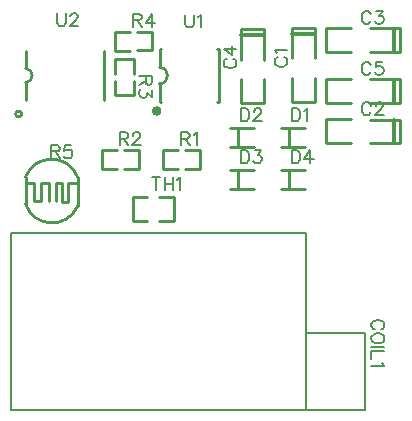
<source format=gto>
G04 Layer: TopSilkLayer*
G04 EasyEDA v6.4.19.5, 2021-04-12T03:21:25--4:00*
G04 ad942acca2a341ffa4797dcae338b01a,05d11dc960ce418289d66d82dd1de79a,10*
G04 Gerber Generator version 0.2*
G04 Scale: 100 percent, Rotated: No, Reflected: No *
G04 Dimensions in millimeters *
G04 leading zeros omitted , absolute positions ,4 integer and 5 decimal *
%FSLAX45Y45*%
%MOMM*%

%ADD10C,0.2540*%
%ADD21C,0.3302*%
%ADD22C,0.1524*%
%ADD23C,0.4000*%

%LPD*%
D22*
X3509495Y5449290D02*
G01*
X3509495Y5340324D01*
X3509495Y5449290D02*
G01*
X3545817Y5449290D01*
X3561565Y5444210D01*
X3571725Y5433796D01*
X3577059Y5423382D01*
X3582139Y5407634D01*
X3582139Y5381726D01*
X3577059Y5366232D01*
X3571725Y5355818D01*
X3561565Y5345404D01*
X3545817Y5340324D01*
X3509495Y5340324D01*
X3616429Y5428462D02*
G01*
X3626843Y5433796D01*
X3642591Y5449290D01*
X3642591Y5340324D01*
X3077695Y5449290D02*
G01*
X3077695Y5340324D01*
X3077695Y5449290D02*
G01*
X3114017Y5449290D01*
X3129765Y5444210D01*
X3139925Y5433796D01*
X3145259Y5423382D01*
X3150339Y5407634D01*
X3150339Y5381726D01*
X3145259Y5366232D01*
X3139925Y5355818D01*
X3129765Y5345404D01*
X3114017Y5340324D01*
X3077695Y5340324D01*
X3189963Y5423382D02*
G01*
X3189963Y5428462D01*
X3195043Y5438876D01*
X3200377Y5444210D01*
X3210791Y5449290D01*
X3231365Y5449290D01*
X3241779Y5444210D01*
X3247113Y5438876D01*
X3252193Y5428462D01*
X3252193Y5418048D01*
X3247113Y5407634D01*
X3236699Y5392140D01*
X3184629Y5340324D01*
X3257527Y5340324D01*
X3077695Y5093690D02*
G01*
X3077695Y4984724D01*
X3077695Y5093690D02*
G01*
X3114017Y5093690D01*
X3129765Y5088610D01*
X3139925Y5078196D01*
X3145259Y5067782D01*
X3150339Y5052034D01*
X3150339Y5026126D01*
X3145259Y5010632D01*
X3139925Y5000218D01*
X3129765Y4989804D01*
X3114017Y4984724D01*
X3077695Y4984724D01*
X3195043Y5093690D02*
G01*
X3252193Y5093690D01*
X3221205Y5052034D01*
X3236699Y5052034D01*
X3247113Y5046954D01*
X3252193Y5041874D01*
X3257527Y5026126D01*
X3257527Y5015712D01*
X3252193Y5000218D01*
X3241779Y4989804D01*
X3226285Y4984724D01*
X3210791Y4984724D01*
X3195043Y4989804D01*
X3189963Y4994884D01*
X3184629Y5005298D01*
X3509495Y5093690D02*
G01*
X3509495Y4984724D01*
X3509495Y5093690D02*
G01*
X3545817Y5093690D01*
X3561565Y5088610D01*
X3571725Y5078196D01*
X3577059Y5067782D01*
X3582139Y5052034D01*
X3582139Y5026126D01*
X3577059Y5010632D01*
X3571725Y5000218D01*
X3561565Y4989804D01*
X3545817Y4984724D01*
X3509495Y4984724D01*
X3668499Y5093690D02*
G01*
X3616429Y5021046D01*
X3694407Y5021046D01*
X3668499Y5093690D02*
G01*
X3668499Y4984724D01*
X1523593Y6254127D02*
G01*
X1523593Y6176149D01*
X1528673Y6160655D01*
X1539087Y6150241D01*
X1554835Y6145161D01*
X1565249Y6145161D01*
X1580743Y6150241D01*
X1591157Y6160655D01*
X1596237Y6176149D01*
X1596237Y6254127D01*
X1635861Y6228219D02*
G01*
X1635861Y6233299D01*
X1640941Y6243713D01*
X1646275Y6249047D01*
X1656689Y6254127D01*
X1677263Y6254127D01*
X1687677Y6249047D01*
X1693011Y6243713D01*
X1698091Y6233299D01*
X1698091Y6222885D01*
X1693011Y6212471D01*
X1682597Y6196977D01*
X1630527Y6145161D01*
X1703425Y6145161D01*
X2362022Y4865115D02*
G01*
X2362022Y4756150D01*
X2325700Y4865115D02*
G01*
X2398344Y4865115D01*
X2432634Y4865115D02*
G01*
X2432634Y4756150D01*
X2505532Y4865115D02*
G01*
X2505532Y4756150D01*
X2432634Y4813300D02*
G01*
X2505532Y4813300D01*
X2539822Y4844287D02*
G01*
X2550236Y4849621D01*
X2565730Y4865115D01*
X2565730Y4756150D01*
X1473200Y5136718D02*
G01*
X1473200Y5027752D01*
X1473200Y5136718D02*
G01*
X1519936Y5136718D01*
X1535429Y5131638D01*
X1540763Y5126304D01*
X1545844Y5115890D01*
X1545844Y5105476D01*
X1540763Y5095062D01*
X1535429Y5089982D01*
X1519936Y5084902D01*
X1473200Y5084902D01*
X1509521Y5084902D02*
G01*
X1545844Y5027752D01*
X1642618Y5136718D02*
G01*
X1590547Y5136718D01*
X1585468Y5089982D01*
X1590547Y5095062D01*
X1606295Y5100396D01*
X1621789Y5100396D01*
X1637284Y5095062D01*
X1647697Y5084902D01*
X1653031Y5069154D01*
X1653031Y5058740D01*
X1647697Y5043246D01*
X1637284Y5032832D01*
X1621789Y5027752D01*
X1606295Y5027752D01*
X1590547Y5032832D01*
X1585468Y5037912D01*
X1580134Y5048326D01*
X2606040Y6244336D02*
G01*
X2606040Y6166357D01*
X2611120Y6150863D01*
X2621534Y6140450D01*
X2637281Y6135370D01*
X2647695Y6135370D01*
X2663190Y6140450D01*
X2673604Y6150863D01*
X2678684Y6166357D01*
X2678684Y6244336D01*
X2712974Y6223507D02*
G01*
X2723388Y6228842D01*
X2739136Y6244336D01*
X2739136Y6135370D01*
X4180077Y6248907D02*
G01*
X4174743Y6259321D01*
X4164329Y6269736D01*
X4154170Y6274815D01*
X4133341Y6274815D01*
X4122927Y6269736D01*
X4112513Y6259321D01*
X4107179Y6248907D01*
X4102100Y6233160D01*
X4102100Y6207252D01*
X4107179Y6191757D01*
X4112513Y6181344D01*
X4122927Y6170929D01*
X4133341Y6165850D01*
X4154170Y6165850D01*
X4164329Y6170929D01*
X4174743Y6181344D01*
X4180077Y6191757D01*
X4224781Y6274815D02*
G01*
X4281931Y6274815D01*
X4250690Y6233160D01*
X4266184Y6233160D01*
X4276597Y6228079D01*
X4281931Y6223000D01*
X4287011Y6207252D01*
X4287011Y6196837D01*
X4281931Y6181344D01*
X4271518Y6170929D01*
X4255770Y6165850D01*
X4240275Y6165850D01*
X4224781Y6170929D01*
X4219447Y6176010D01*
X4214368Y6186423D01*
X4180077Y5474207D02*
G01*
X4174743Y5484621D01*
X4164329Y5495036D01*
X4154170Y5500115D01*
X4133341Y5500115D01*
X4122927Y5495036D01*
X4112513Y5484621D01*
X4107179Y5474207D01*
X4102100Y5458460D01*
X4102100Y5432552D01*
X4107179Y5417057D01*
X4112513Y5406644D01*
X4122927Y5396229D01*
X4133341Y5391150D01*
X4154170Y5391150D01*
X4164329Y5396229D01*
X4174743Y5406644D01*
X4180077Y5417057D01*
X4219447Y5474207D02*
G01*
X4219447Y5479287D01*
X4224781Y5489702D01*
X4229861Y5495036D01*
X4240275Y5500115D01*
X4261104Y5500115D01*
X4271518Y5495036D01*
X4276597Y5489702D01*
X4281931Y5479287D01*
X4281931Y5468873D01*
X4276597Y5458460D01*
X4266184Y5442965D01*
X4214368Y5391150D01*
X4287011Y5391150D01*
X3390391Y5881878D02*
G01*
X3379977Y5876544D01*
X3369563Y5866129D01*
X3364484Y5855970D01*
X3364484Y5835142D01*
X3369563Y5824728D01*
X3379977Y5814313D01*
X3390391Y5808979D01*
X3406140Y5803900D01*
X3432047Y5803900D01*
X3447541Y5808979D01*
X3457956Y5814313D01*
X3468370Y5824728D01*
X3473450Y5835142D01*
X3473450Y5855970D01*
X3468370Y5866129D01*
X3457956Y5876544D01*
X3447541Y5881878D01*
X3385311Y5916168D02*
G01*
X3379977Y5926581D01*
X3364484Y5942076D01*
X3473450Y5942076D01*
X2958591Y5869178D02*
G01*
X2948177Y5863844D01*
X2937763Y5853429D01*
X2932684Y5843270D01*
X2932684Y5822442D01*
X2937763Y5812028D01*
X2948177Y5801613D01*
X2958591Y5796279D01*
X2974340Y5791200D01*
X3000247Y5791200D01*
X3015741Y5796279D01*
X3026156Y5801613D01*
X3036570Y5812028D01*
X3041650Y5822442D01*
X3041650Y5843270D01*
X3036570Y5853429D01*
X3026156Y5863844D01*
X3015741Y5869178D01*
X2932684Y5955284D02*
G01*
X3005327Y5903468D01*
X3005327Y5981445D01*
X2932684Y5955284D02*
G01*
X3041650Y5955284D01*
X4180077Y5817107D02*
G01*
X4174743Y5827521D01*
X4164329Y5837936D01*
X4154170Y5843015D01*
X4133341Y5843015D01*
X4122927Y5837936D01*
X4112513Y5827521D01*
X4107179Y5817107D01*
X4102100Y5801360D01*
X4102100Y5775452D01*
X4107179Y5759957D01*
X4112513Y5749544D01*
X4122927Y5739129D01*
X4133341Y5734050D01*
X4154170Y5734050D01*
X4164329Y5739129D01*
X4174743Y5749544D01*
X4180077Y5759957D01*
X4276597Y5843015D02*
G01*
X4224781Y5843015D01*
X4219447Y5796279D01*
X4224781Y5801360D01*
X4240275Y5806694D01*
X4255770Y5806694D01*
X4271518Y5801360D01*
X4281931Y5791200D01*
X4287011Y5775452D01*
X4287011Y5765037D01*
X4281931Y5749544D01*
X4271518Y5739129D01*
X4255770Y5734050D01*
X4240275Y5734050D01*
X4224781Y5739129D01*
X4219447Y5744210D01*
X4214368Y5754623D01*
X2166807Y6249415D02*
G01*
X2166807Y6140450D01*
X2166807Y6249415D02*
G01*
X2213543Y6249415D01*
X2229037Y6244336D01*
X2234371Y6239002D01*
X2239451Y6228587D01*
X2239451Y6218173D01*
X2234371Y6207760D01*
X2229037Y6202679D01*
X2213543Y6197600D01*
X2166807Y6197600D01*
X2203129Y6197600D02*
G01*
X2239451Y6140450D01*
X2325811Y6249415D02*
G01*
X2273741Y6176771D01*
X2351719Y6176771D01*
X2325811Y6249415D02*
G01*
X2325811Y6140450D01*
X2325115Y5719892D02*
G01*
X2216150Y5719892D01*
X2325115Y5719892D02*
G01*
X2325115Y5673156D01*
X2320036Y5657662D01*
X2314702Y5652328D01*
X2304288Y5647248D01*
X2293874Y5647248D01*
X2283459Y5652328D01*
X2278379Y5657662D01*
X2273300Y5673156D01*
X2273300Y5719892D01*
X2273300Y5683570D02*
G01*
X2216150Y5647248D01*
X2325115Y5602544D02*
G01*
X2325115Y5545394D01*
X2283459Y5576382D01*
X2283459Y5560888D01*
X2278379Y5550474D01*
X2273300Y5545394D01*
X2257552Y5540060D01*
X2247138Y5540060D01*
X2231643Y5545394D01*
X2221229Y5555808D01*
X2216150Y5571302D01*
X2216150Y5586796D01*
X2221229Y5602544D01*
X2226309Y5607624D01*
X2236724Y5612958D01*
X2573207Y5246115D02*
G01*
X2573207Y5137150D01*
X2573207Y5246115D02*
G01*
X2619943Y5246115D01*
X2635437Y5241036D01*
X2640771Y5235702D01*
X2645851Y5225287D01*
X2645851Y5214873D01*
X2640771Y5204460D01*
X2635437Y5199379D01*
X2619943Y5194300D01*
X2573207Y5194300D01*
X2609529Y5194300D02*
G01*
X2645851Y5137150D01*
X2680141Y5225287D02*
G01*
X2690555Y5230621D01*
X2706303Y5246115D01*
X2706303Y5137150D01*
X2052507Y5246115D02*
G01*
X2052507Y5137150D01*
X2052507Y5246115D02*
G01*
X2099243Y5246115D01*
X2114737Y5241036D01*
X2120071Y5235702D01*
X2125151Y5225287D01*
X2125151Y5214873D01*
X2120071Y5204460D01*
X2114737Y5199379D01*
X2099243Y5194300D01*
X2052507Y5194300D01*
X2088829Y5194300D02*
G01*
X2125151Y5137150D01*
X2164775Y5220207D02*
G01*
X2164775Y5225287D01*
X2169855Y5235702D01*
X2175189Y5241036D01*
X2185603Y5246115D01*
X2206177Y5246115D01*
X2216591Y5241036D01*
X2221925Y5235702D01*
X2227005Y5225287D01*
X2227005Y5214873D01*
X2221925Y5204460D01*
X2211511Y5188965D01*
X2159441Y5137150D01*
X2232339Y5137150D01*
X4267708Y3579621D02*
G01*
X4278122Y3584955D01*
X4288536Y3595370D01*
X4293615Y3605529D01*
X4293615Y3626357D01*
X4288536Y3636771D01*
X4278122Y3647186D01*
X4267708Y3652520D01*
X4251959Y3657600D01*
X4226052Y3657600D01*
X4210558Y3652520D01*
X4200143Y3647186D01*
X4189729Y3636771D01*
X4184650Y3626357D01*
X4184650Y3605529D01*
X4189729Y3595370D01*
X4200143Y3584955D01*
X4210558Y3579621D01*
X4293615Y3514089D02*
G01*
X4288536Y3524504D01*
X4278122Y3534918D01*
X4267708Y3540252D01*
X4251959Y3545331D01*
X4226052Y3545331D01*
X4210558Y3540252D01*
X4200143Y3534918D01*
X4189729Y3524504D01*
X4184650Y3514089D01*
X4184650Y3493515D01*
X4189729Y3483102D01*
X4200143Y3472687D01*
X4210558Y3467354D01*
X4226052Y3462273D01*
X4251959Y3462273D01*
X4267708Y3467354D01*
X4278122Y3472687D01*
X4288536Y3483102D01*
X4293615Y3493515D01*
X4293615Y3514089D01*
X4293615Y3427984D02*
G01*
X4184650Y3427984D01*
X4293615Y3393694D02*
G01*
X4184650Y3393694D01*
X4184650Y3393694D02*
G01*
X4184650Y3331210D01*
X4272788Y3296920D02*
G01*
X4278122Y3286760D01*
X4293615Y3271012D01*
X4184650Y3271012D01*
D10*
X3417900Y5286999D02*
G01*
X3617899Y5286999D01*
X3417900Y5127000D02*
G01*
X3617899Y5127000D01*
X3482776Y5286999D02*
G01*
X3482776Y5127000D01*
X2986100Y5286999D02*
G01*
X3186099Y5286999D01*
X2986100Y5127000D02*
G01*
X3186099Y5127000D01*
X3050976Y5286999D02*
G01*
X3050976Y5127000D01*
X2986100Y4931399D02*
G01*
X3186099Y4931399D01*
X2986100Y4771400D02*
G01*
X3186099Y4771400D01*
X3050976Y4931399D02*
G01*
X3050976Y4771400D01*
X3417900Y4931399D02*
G01*
X3617899Y4931399D01*
X3417900Y4771400D02*
G01*
X3617899Y4771400D01*
X3482776Y4931399D02*
G01*
X3482776Y4771400D01*
X1917499Y5938179D02*
G01*
X1917499Y5517215D01*
X1917537Y5517215D01*
X1257457Y5517215D02*
G01*
X1257500Y5517215D01*
X1257495Y5787707D02*
G01*
X1257495Y5938199D01*
X1257457Y5517215D02*
G01*
X1257495Y5667700D01*
X2286800Y4699396D02*
G01*
X2161799Y4699396D01*
X2286800Y4495403D02*
G01*
X2161799Y4495403D01*
X2386799Y4699396D02*
G01*
X2511800Y4699396D01*
X2386799Y4495403D02*
G01*
X2511800Y4495403D01*
X2161796Y4699396D02*
G01*
X2161799Y4495403D01*
X2511800Y4699396D02*
G01*
X2511800Y4495403D01*
X1695899Y4619802D02*
G01*
X1695899Y4869802D01*
X1255900Y4639802D02*
G01*
X1255900Y4869802D01*
X1255900Y4819802D02*
G01*
X1325900Y4819802D01*
X1325900Y4669802D01*
X1385900Y4669802D01*
X1385900Y4819802D01*
X1455900Y4819802D01*
X1455900Y4669802D01*
X1515899Y4669802D02*
G01*
X1515899Y4819802D01*
X1565899Y4819802D01*
X1565899Y4659802D01*
X1615899Y4659802D01*
X1615899Y4819802D01*
X1695899Y4819802D01*
X2390140Y5567679D02*
G01*
X2390140Y5659120D01*
X2390140Y5796279D02*
G01*
X2390140Y5887720D01*
X2391600Y5952700D02*
G01*
X2403165Y5952700D01*
X2880034Y5952700D02*
G01*
X2891599Y5952700D01*
X2891599Y5502699D01*
X2880034Y5502699D01*
X2403165Y5502699D02*
G01*
X2391600Y5502699D01*
X2390140Y5887720D02*
G01*
X2390140Y5952700D01*
X2390140Y5567679D02*
G01*
X2390140Y5502699D01*
X4170679Y6129020D02*
G01*
X4429759Y6129020D01*
X4429759Y5930900D01*
X4170679Y5930900D01*
D21*
X4378959Y5935979D02*
G01*
X4378959Y6123939D01*
D10*
X4008120Y5930900D02*
G01*
X3803904Y5930900D01*
X3803904Y6131052D01*
X4008120Y6131052D01*
X4170679Y5354320D02*
G01*
X4429759Y5354320D01*
X4429759Y5156200D01*
X4170679Y5156200D01*
D21*
X4378959Y5161279D02*
G01*
X4378959Y5349239D01*
D10*
X4008120Y5156200D02*
G01*
X3803904Y5156200D01*
X3803904Y5356352D01*
X4008120Y5356352D01*
X3510279Y5872479D02*
G01*
X3510279Y6131560D01*
X3708400Y6131560D01*
X3708400Y5872479D01*
D21*
X3703320Y6080760D02*
G01*
X3515359Y6080760D01*
D10*
X3708400Y5709920D02*
G01*
X3708400Y5505704D01*
X3508247Y5505704D01*
X3508247Y5709920D01*
X3078479Y5859779D02*
G01*
X3078479Y6118860D01*
X3276600Y6118860D01*
X3276600Y5859779D01*
D21*
X3271520Y6068060D02*
G01*
X3083559Y6068060D01*
D10*
X3276600Y5697220D02*
G01*
X3276600Y5493004D01*
X3076447Y5493004D01*
X3076447Y5697220D01*
X4170679Y5697220D02*
G01*
X4429759Y5697220D01*
X4429759Y5499100D01*
X4170679Y5499100D01*
D21*
X4378959Y5504179D02*
G01*
X4378959Y5692139D01*
D10*
X4008120Y5499100D02*
G01*
X3803904Y5499100D01*
X3803904Y5699252D01*
X4008120Y5699252D01*
X2016704Y6099802D02*
G01*
X2016704Y5939797D01*
X2201765Y5940308D02*
G01*
X2326761Y5940308D01*
X2201765Y6100312D02*
G01*
X2326761Y6100312D01*
X2141707Y5939797D02*
G01*
X2016704Y5939797D01*
X2141707Y6099802D02*
G01*
X2016704Y6099802D01*
X2326761Y6100312D02*
G01*
X2326761Y5940308D01*
X2175502Y5869995D02*
G01*
X2015497Y5869995D01*
X2016008Y5684934D02*
G01*
X2016008Y5559938D01*
X2176012Y5684934D02*
G01*
X2176012Y5559938D01*
X2015497Y5744992D02*
G01*
X2015497Y5869995D01*
X2175502Y5744992D02*
G01*
X2175502Y5869995D01*
X2176012Y5559938D02*
G01*
X2016008Y5559938D01*
X2423104Y5096502D02*
G01*
X2423104Y4936497D01*
X2608165Y4937008D02*
G01*
X2733161Y4937008D01*
X2608165Y5097012D02*
G01*
X2733161Y5097012D01*
X2548107Y4936497D02*
G01*
X2423104Y4936497D01*
X2548107Y5096502D02*
G01*
X2423104Y5096502D01*
X2733161Y5097012D02*
G01*
X2733161Y4937008D01*
X1902404Y5096502D02*
G01*
X1902404Y4936497D01*
X2087465Y4937008D02*
G01*
X2212461Y4937008D01*
X2087465Y5097012D02*
G01*
X2212461Y5097012D01*
X2027407Y4936497D02*
G01*
X1902404Y4936497D01*
X2027407Y5096502D02*
G01*
X1902404Y5096502D01*
X2212461Y5097012D02*
G01*
X2212461Y4937008D01*
D22*
X1130300Y2895600D02*
G01*
X1130300Y4395596D01*
X3630295Y4395596D01*
X3630295Y3545611D01*
X3630295Y2895600D01*
X1130300Y2895600D01*
X3630295Y2895600D02*
G01*
X4130293Y2895600D01*
X4130293Y3545611D01*
X3630295Y3545611D01*
D10*
G75*
G01*
X1257496Y5787708D02*
G02*
X1257496Y5667700I-5651J-60004D01*
G75*
G01*
X1695958Y4869764D02*
G03*
X1255776Y4869764I-220091J-86101D01*
G75*
G01*
X1255776Y4639894D02*
G03*
X1695958Y4619828I224031J76399D01*
G75*
G01*
X2390140Y5796280D02*
G02*
X2390140Y5659120I0J-68580D01*
G75*
G01
X1222908Y5402694D02*
G03X1222908Y5402694I-25400J0D01*
D23*
G75*
G01
X2386584Y5427701D02*
G03X2386584Y5427701I-19990J0D01*
M02*

</source>
